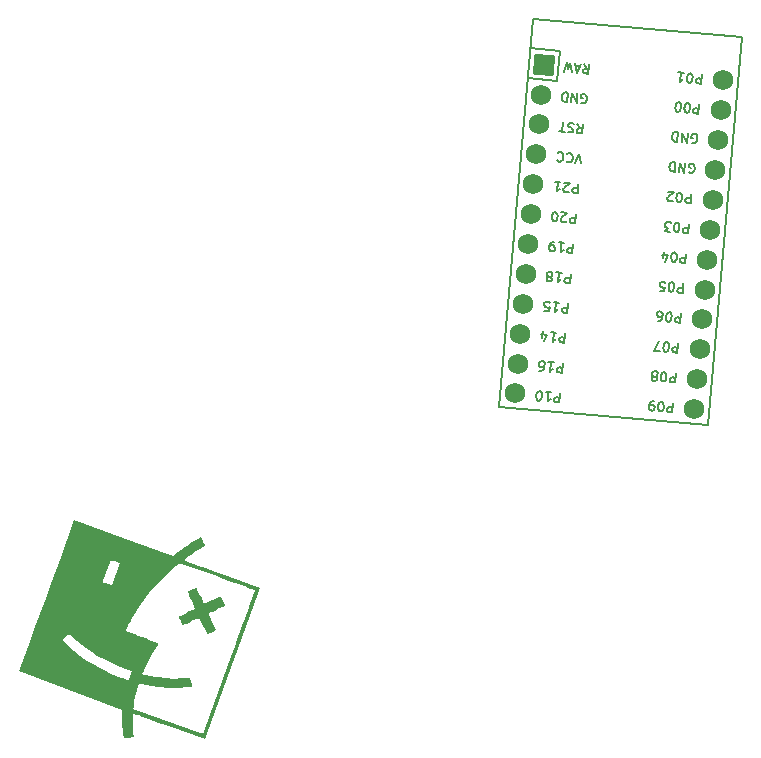
<source format=gbr>
%TF.GenerationSoftware,KiCad,Pcbnew,6.0.1-1.fc35*%
%TF.CreationDate,2022-01-21T00:59:50-05:00*%
%TF.ProjectId,a_dux_30,615f6475-785f-4333-902e-6b696361645f,v1.0.0*%
%TF.SameCoordinates,Original*%
%TF.FileFunction,Legend,Top*%
%TF.FilePolarity,Positive*%
%FSLAX46Y46*%
G04 Gerber Fmt 4.6, Leading zero omitted, Abs format (unit mm)*
G04 Created by KiCad (PCBNEW 6.0.1-1.fc35) date 2022-01-21 00:59:50*
%MOMM*%
%LPD*%
G01*
G04 APERTURE LIST*
G04 Aperture macros list*
%AMRotRect*
0 Rectangle, with rotation*
0 The origin of the aperture is its center*
0 $1 length*
0 $2 width*
0 $3 Rotation angle, in degrees counterclockwise*
0 Add horizontal line*
21,1,$1,$2,0,0,$3*%
G04 Aperture macros list end*
%ADD10C,0.150000*%
%ADD11RotRect,1.752600X1.752600X265.000000*%
%ADD12C,1.752600*%
G04 APERTURE END LIST*
D10*
%TO.C,MCU1*%
X114394568Y43357450D02*
X114324843Y42560494D01*
X114021241Y42587056D01*
X113948660Y42631646D01*
X113914030Y42672917D01*
X113882721Y42752137D01*
X113892681Y42865988D01*
X113937272Y42938569D01*
X113978542Y42973199D01*
X114057763Y43004509D01*
X114361365Y42977947D01*
X113376086Y42643499D02*
X113300186Y42650140D01*
X113227605Y42694730D01*
X113192975Y42736001D01*
X113161665Y42815222D01*
X113136996Y42970343D01*
X113153597Y43160094D01*
X113204828Y43308575D01*
X113249419Y43381156D01*
X113290689Y43415786D01*
X113369910Y43447095D01*
X113445811Y43440455D01*
X113518391Y43395864D01*
X113553021Y43354594D01*
X113584331Y43275373D01*
X113609000Y43120252D01*
X113592399Y42930500D01*
X113541168Y42782019D01*
X113496577Y42709439D01*
X113455307Y42674809D01*
X113376086Y42643499D01*
X112617081Y42709904D02*
X112541180Y42716544D01*
X112468600Y42761135D01*
X112433970Y42802405D01*
X112402660Y42881626D01*
X112377990Y43036747D01*
X112394592Y43226499D01*
X112445823Y43374980D01*
X112490413Y43447560D01*
X112531684Y43482190D01*
X112610905Y43513500D01*
X112686805Y43506859D01*
X112759386Y43462269D01*
X112794016Y43420998D01*
X112825325Y43341777D01*
X112849995Y43186656D01*
X112833394Y42996905D01*
X112782163Y42848424D01*
X112737572Y42775844D01*
X112696301Y42741213D01*
X112617081Y42709904D01*
X112844939Y25645108D02*
X112775214Y24848152D01*
X112471612Y24874714D01*
X112399031Y24919304D01*
X112364401Y24960575D01*
X112333092Y25039795D01*
X112343052Y25153646D01*
X112387643Y25226227D01*
X112428913Y25260857D01*
X112508134Y25292167D01*
X112811736Y25265605D01*
X111826457Y24931157D02*
X111750557Y24937798D01*
X111677976Y24982388D01*
X111643346Y25023659D01*
X111612036Y25102880D01*
X111587367Y25258001D01*
X111603968Y25447752D01*
X111655199Y25596233D01*
X111699790Y25668814D01*
X111741060Y25703444D01*
X111820281Y25734753D01*
X111896182Y25728113D01*
X111968762Y25683522D01*
X112003392Y25642252D01*
X112034702Y25563031D01*
X112059371Y25407910D01*
X112042770Y25218158D01*
X111991539Y25069677D01*
X111946948Y24997097D01*
X111905678Y24962467D01*
X111826457Y24931157D01*
X110877700Y25014163D02*
X111029501Y25000882D01*
X111108722Y25032192D01*
X111149993Y25066822D01*
X111235854Y25174032D01*
X111287085Y25322513D01*
X111313647Y25626115D01*
X111282337Y25705336D01*
X111247707Y25746606D01*
X111175127Y25791197D01*
X111023325Y25804478D01*
X110944105Y25773168D01*
X110902834Y25738538D01*
X110858243Y25665958D01*
X110841642Y25476206D01*
X110872952Y25396986D01*
X110907582Y25355715D01*
X110980163Y25311124D01*
X111131964Y25297844D01*
X111211184Y25329153D01*
X111252455Y25363783D01*
X111297046Y25436364D01*
X113746260Y40099651D02*
X113818840Y40055060D01*
X113932691Y40045100D01*
X114049862Y40073089D01*
X114132403Y40142349D01*
X114176993Y40214930D01*
X114228225Y40363411D01*
X114238185Y40477262D01*
X114213516Y40632383D01*
X114182206Y40711604D01*
X114112946Y40794145D01*
X114002415Y40842056D01*
X113926515Y40848696D01*
X113809344Y40820706D01*
X113768073Y40786076D01*
X113744832Y40520424D01*
X113896633Y40507143D01*
X113433161Y40891859D02*
X113363437Y40094903D01*
X112977758Y40931701D01*
X112908033Y40134746D01*
X112598255Y40964904D02*
X112528531Y40167948D01*
X112338779Y40184549D01*
X112228249Y40232460D01*
X112158989Y40315001D01*
X112127679Y40394222D01*
X112103009Y40549343D01*
X112112970Y40663194D01*
X112164201Y40811675D01*
X112208792Y40884255D01*
X112291333Y40953515D01*
X112408504Y40981505D01*
X112598255Y40964904D01*
X103945596Y34072807D02*
X103875871Y33275851D01*
X103572269Y33302413D01*
X103499688Y33347003D01*
X103465058Y33388274D01*
X103433749Y33467494D01*
X103443709Y33581345D01*
X103488300Y33653926D01*
X103529570Y33688556D01*
X103608791Y33719866D01*
X103912393Y33693304D01*
X103123506Y33418156D02*
X103082235Y33383526D01*
X103003015Y33352216D01*
X102813263Y33368817D01*
X102740683Y33413408D01*
X102706053Y33454678D01*
X102674743Y33533899D01*
X102681384Y33609799D01*
X102729294Y33720330D01*
X103224540Y34135891D01*
X102731187Y34179054D01*
X102168109Y33425261D02*
X102092208Y33431901D01*
X102019628Y33476492D01*
X101984998Y33517762D01*
X101953688Y33596983D01*
X101929018Y33752104D01*
X101945620Y33941856D01*
X101996851Y34090337D01*
X102041441Y34162917D01*
X102082712Y34197547D01*
X102161933Y34228857D01*
X102237833Y34222216D01*
X102310414Y34177626D01*
X102345044Y34136355D01*
X102376353Y34057134D01*
X102401023Y33902013D01*
X102384422Y33712262D01*
X102333191Y33563781D01*
X102288600Y33491201D01*
X102247329Y33456570D01*
X102168109Y33425261D01*
X113066314Y28175443D02*
X112996589Y27378487D01*
X112692987Y27405049D01*
X112620406Y27449639D01*
X112585776Y27490910D01*
X112554467Y27570130D01*
X112564427Y27683981D01*
X112609018Y27756562D01*
X112650288Y27791192D01*
X112729509Y27822502D01*
X113033111Y27795940D01*
X112047832Y27461492D02*
X111971932Y27468133D01*
X111899351Y27512723D01*
X111864721Y27553994D01*
X111833411Y27633215D01*
X111808742Y27788336D01*
X111825343Y27978087D01*
X111876574Y28126568D01*
X111921165Y28199149D01*
X111962435Y28233779D01*
X112041656Y28265088D01*
X112117557Y28258448D01*
X112190137Y28213857D01*
X112224767Y28172587D01*
X112256077Y28093366D01*
X112280746Y27938245D01*
X112264145Y27748493D01*
X112212914Y27600012D01*
X112168323Y27527432D01*
X112127053Y27492802D01*
X112047832Y27461492D01*
X111061125Y27547818D02*
X111440628Y27514616D01*
X111511780Y27890798D01*
X111470510Y27856168D01*
X111391289Y27824858D01*
X111201538Y27841459D01*
X111128957Y27886050D01*
X111094327Y27927321D01*
X111063017Y28006541D01*
X111079618Y28196293D01*
X111124209Y28268873D01*
X111165480Y28303503D01*
X111244700Y28334813D01*
X111434452Y28318212D01*
X111507032Y28273621D01*
X111541662Y28232351D01*
X104413498Y38328219D02*
X104217570Y39148417D01*
X103882194Y38374702D01*
X103224223Y39158842D02*
X103265493Y39193472D01*
X103382664Y39221461D01*
X103458565Y39214821D01*
X103569095Y39166910D01*
X103638356Y39084369D01*
X103669665Y39005148D01*
X103694335Y38850027D01*
X103684374Y38736176D01*
X103633143Y38587695D01*
X103588552Y38515115D01*
X103506011Y38445855D01*
X103388840Y38417865D01*
X103312940Y38424506D01*
X103202409Y38472416D01*
X103167779Y38513687D01*
X102427267Y39228566D02*
X102468538Y39263196D01*
X102585709Y39291186D01*
X102661609Y39284545D01*
X102772140Y39236635D01*
X102841400Y39154094D01*
X102872710Y39074873D01*
X102897379Y38919751D01*
X102887418Y38805901D01*
X102836187Y38657420D01*
X102791597Y38584839D01*
X102709056Y38515579D01*
X102591884Y38487590D01*
X102515984Y38494230D01*
X102405453Y38542141D01*
X102370823Y38583412D01*
X112402187Y20584439D02*
X112332462Y19787483D01*
X112028860Y19814045D01*
X111956279Y19858635D01*
X111921649Y19899906D01*
X111890340Y19979126D01*
X111900300Y20092977D01*
X111944891Y20165558D01*
X111986161Y20200188D01*
X112065382Y20231498D01*
X112368984Y20204936D01*
X111383705Y19870488D02*
X111307805Y19877129D01*
X111235224Y19921719D01*
X111200594Y19962990D01*
X111169284Y20042211D01*
X111144615Y20197332D01*
X111161216Y20387083D01*
X111212447Y20535564D01*
X111257038Y20608145D01*
X111298308Y20642775D01*
X111377529Y20674084D01*
X111453430Y20667444D01*
X111526010Y20622853D01*
X111560640Y20581583D01*
X111591950Y20502362D01*
X111616619Y20347241D01*
X111600018Y20157489D01*
X111548787Y20009008D01*
X111504196Y19936428D01*
X111462926Y19901798D01*
X111383705Y19870488D01*
X110692532Y20275125D02*
X110765112Y20230534D01*
X110799742Y20189264D01*
X110831052Y20110043D01*
X110827732Y20072093D01*
X110783141Y19999512D01*
X110741871Y19964882D01*
X110662650Y19933572D01*
X110510849Y19946853D01*
X110438268Y19991444D01*
X110403638Y20032714D01*
X110372329Y20111935D01*
X110375649Y20149886D01*
X110420240Y20222466D01*
X110461510Y20257096D01*
X110540731Y20288406D01*
X110692532Y20275125D01*
X110771753Y20306435D01*
X110813023Y20341065D01*
X110857614Y20413645D01*
X110870895Y20565446D01*
X110839585Y20644667D01*
X110804955Y20685937D01*
X110732375Y20730528D01*
X110580573Y20743809D01*
X110501353Y20712499D01*
X110460082Y20677869D01*
X110415491Y20605289D01*
X110402211Y20453488D01*
X110433520Y20374267D01*
X110468150Y20332996D01*
X110540731Y20288406D01*
X112180812Y18054105D02*
X112111087Y17257149D01*
X111807485Y17283711D01*
X111734904Y17328301D01*
X111700274Y17369572D01*
X111668965Y17448792D01*
X111678925Y17562643D01*
X111723516Y17635224D01*
X111764786Y17669854D01*
X111844007Y17701164D01*
X112147609Y17674602D01*
X111162330Y17340154D02*
X111086430Y17346795D01*
X111013849Y17391385D01*
X110979219Y17432656D01*
X110947909Y17511877D01*
X110923240Y17666998D01*
X110939841Y17856749D01*
X110991072Y18005230D01*
X111035663Y18077811D01*
X111076933Y18112441D01*
X111156154Y18143750D01*
X111232055Y18137110D01*
X111304635Y18092519D01*
X111339265Y18051249D01*
X111370575Y17972028D01*
X111395244Y17816907D01*
X111378643Y17627155D01*
X111327412Y17478674D01*
X111282821Y17406094D01*
X111241551Y17371464D01*
X111162330Y17340154D01*
X110586900Y18193554D02*
X110435099Y18206835D01*
X110355878Y18175525D01*
X110314608Y18140895D01*
X110228746Y18033684D01*
X110177515Y17885203D01*
X110150954Y17581601D01*
X110182263Y17502380D01*
X110216893Y17461110D01*
X110289474Y17416519D01*
X110441275Y17403238D01*
X110520496Y17434548D01*
X110561766Y17469178D01*
X110606357Y17541759D01*
X110622958Y17731510D01*
X110591648Y17810731D01*
X110557018Y17852001D01*
X110484438Y17896592D01*
X110332637Y17909873D01*
X110253416Y17878563D01*
X110212145Y17843933D01*
X110167555Y17771353D01*
X103502845Y29012138D02*
X103433120Y28215182D01*
X103129518Y28241744D01*
X103056937Y28286334D01*
X103022307Y28327605D01*
X102990998Y28406825D01*
X103000958Y28520676D01*
X103045549Y28593257D01*
X103086819Y28627887D01*
X103166040Y28659197D01*
X103469642Y28632635D01*
X102288436Y29118385D02*
X102743839Y29078542D01*
X102516137Y29098463D02*
X102446413Y28301507D01*
X102532274Y28408718D01*
X102614815Y28477978D01*
X102694036Y28509288D01*
X101793190Y28702824D02*
X101865770Y28658233D01*
X101900400Y28616963D01*
X101931710Y28537742D01*
X101928390Y28499792D01*
X101883799Y28427211D01*
X101842529Y28392581D01*
X101763308Y28361271D01*
X101611507Y28374552D01*
X101538926Y28419143D01*
X101504296Y28460413D01*
X101472987Y28539634D01*
X101476307Y28577585D01*
X101520898Y28650165D01*
X101562168Y28684795D01*
X101641389Y28716105D01*
X101793190Y28702824D01*
X101872411Y28734134D01*
X101913681Y28768764D01*
X101958272Y28841344D01*
X101971553Y28993145D01*
X101940243Y29072366D01*
X101905613Y29113636D01*
X101833033Y29158227D01*
X101681231Y29171508D01*
X101602011Y29140198D01*
X101560740Y29105568D01*
X101516149Y29032988D01*
X101502869Y28881187D01*
X101534178Y28801966D01*
X101568808Y28760695D01*
X101641389Y28716105D01*
X103724221Y31542472D02*
X103654496Y30745516D01*
X103350894Y30772078D01*
X103278313Y30816668D01*
X103243683Y30857939D01*
X103212374Y30937159D01*
X103222334Y31051010D01*
X103266925Y31123591D01*
X103308195Y31158221D01*
X103387416Y31189531D01*
X103691018Y31162969D01*
X102509812Y31648719D02*
X102965215Y31608876D01*
X102737513Y31628797D02*
X102667789Y30831841D01*
X102753650Y30939052D01*
X102836191Y31008312D01*
X102915412Y31039622D01*
X102130309Y31681921D02*
X101978508Y31695202D01*
X101899287Y31663892D01*
X101858017Y31629262D01*
X101772155Y31522051D01*
X101720924Y31373570D01*
X101694363Y31069968D01*
X101725672Y30990747D01*
X101760302Y30949477D01*
X101832883Y30904886D01*
X101984684Y30891605D01*
X102063905Y30922915D01*
X102105175Y30957545D01*
X102149766Y31030126D01*
X102166367Y31219877D01*
X102135057Y31299098D01*
X102100427Y31340368D01*
X102027847Y31384959D01*
X101876046Y31398240D01*
X101796825Y31366930D01*
X101755554Y31332300D01*
X101710964Y31259720D01*
X102617343Y18890800D02*
X102547618Y18093844D01*
X102244016Y18120406D01*
X102171435Y18164996D01*
X102136805Y18206267D01*
X102105496Y18285487D01*
X102115456Y18399338D01*
X102160047Y18471919D01*
X102201317Y18506549D01*
X102280538Y18537859D01*
X102584140Y18511297D01*
X101402934Y18997047D02*
X101858337Y18957204D01*
X101630635Y18977125D02*
X101560911Y18180169D01*
X101646772Y18287380D01*
X101729313Y18356640D01*
X101808534Y18387950D01*
X100839856Y18243254D02*
X100763955Y18249894D01*
X100691375Y18294485D01*
X100656745Y18335755D01*
X100625435Y18414976D01*
X100600765Y18570097D01*
X100617367Y18759849D01*
X100668598Y18908330D01*
X100713188Y18980910D01*
X100754459Y19015540D01*
X100833680Y19046850D01*
X100909580Y19040209D01*
X100982161Y18995619D01*
X101016791Y18954348D01*
X101048100Y18875127D01*
X101072770Y18720006D01*
X101056169Y18530255D01*
X101004938Y18381774D01*
X100960347Y18309194D01*
X100919076Y18274563D01*
X100839856Y18243254D01*
X102838718Y21421134D02*
X102768993Y20624178D01*
X102465391Y20650740D01*
X102392810Y20695330D01*
X102358180Y20736601D01*
X102326871Y20815821D01*
X102336831Y20929672D01*
X102381422Y21002253D01*
X102422692Y21036883D01*
X102501913Y21068193D01*
X102805515Y21041631D01*
X101624309Y21527381D02*
X102079712Y21487538D01*
X101852010Y21507459D02*
X101782286Y20710503D01*
X101868147Y20817714D01*
X101950688Y20886974D01*
X102029909Y20918284D01*
X100871479Y20790189D02*
X101023280Y20776908D01*
X101102501Y20808218D01*
X101143772Y20842848D01*
X101229633Y20950058D01*
X101280864Y21098539D01*
X101307426Y21402141D01*
X101276116Y21481362D01*
X101241486Y21522632D01*
X101168906Y21567223D01*
X101017104Y21580504D01*
X100937884Y21549194D01*
X100896613Y21514564D01*
X100852022Y21441984D01*
X100835421Y21252232D01*
X100866731Y21173012D01*
X100901361Y21131741D01*
X100973942Y21087150D01*
X101125743Y21073870D01*
X101204963Y21105179D01*
X101246234Y21139809D01*
X101290825Y21212390D01*
X113730441Y35766446D02*
X113660716Y34969490D01*
X113357114Y34996052D01*
X113284533Y35040642D01*
X113249903Y35081913D01*
X113218594Y35161133D01*
X113228554Y35274984D01*
X113273145Y35347565D01*
X113314415Y35382195D01*
X113393636Y35413505D01*
X113697238Y35386943D01*
X112711959Y35052495D02*
X112636059Y35059136D01*
X112563478Y35103726D01*
X112528848Y35144997D01*
X112497538Y35224218D01*
X112472869Y35379339D01*
X112489470Y35569090D01*
X112540701Y35717571D01*
X112585292Y35790152D01*
X112626562Y35824782D01*
X112705783Y35856091D01*
X112781684Y35849451D01*
X112854264Y35804860D01*
X112888894Y35763590D01*
X112920204Y35684369D01*
X112944873Y35529248D01*
X112928272Y35339496D01*
X112877041Y35191015D01*
X112832450Y35118435D01*
X112791180Y35083805D01*
X112711959Y35052495D01*
X112149345Y35178199D02*
X112108075Y35143569D01*
X112028854Y35112259D01*
X111839103Y35128860D01*
X111766522Y35173451D01*
X111731892Y35214721D01*
X111700583Y35293942D01*
X111707223Y35369843D01*
X111755134Y35480373D01*
X112250380Y35895934D01*
X111757026Y35939097D01*
X113524885Y37569317D02*
X113597465Y37524726D01*
X113711316Y37514766D01*
X113828487Y37542755D01*
X113911028Y37612015D01*
X113955618Y37684596D01*
X114006850Y37833077D01*
X114016810Y37946928D01*
X113992141Y38102049D01*
X113960831Y38181270D01*
X113891571Y38263811D01*
X113781040Y38311722D01*
X113705140Y38318362D01*
X113587969Y38290372D01*
X113546698Y38255742D01*
X113523457Y37990090D01*
X113675258Y37976809D01*
X113211786Y38361525D02*
X113142062Y37564569D01*
X112756383Y38401367D01*
X112686658Y37604412D01*
X112376880Y38434570D02*
X112307156Y37637614D01*
X112117404Y37654215D01*
X112006874Y37702126D01*
X111937614Y37784667D01*
X111906304Y37863888D01*
X111881634Y38019009D01*
X111891595Y38132860D01*
X111942826Y38281341D01*
X111987417Y38353921D01*
X112069958Y38423181D01*
X112187129Y38451171D01*
X112376880Y38434570D01*
X103060094Y23951469D02*
X102990369Y23154513D01*
X102686767Y23181075D01*
X102614186Y23225665D01*
X102579556Y23266936D01*
X102548247Y23346156D01*
X102558207Y23460007D01*
X102602798Y23532588D01*
X102644068Y23567218D01*
X102723289Y23598528D01*
X103026891Y23571966D01*
X101845685Y24057716D02*
X102301088Y24017873D01*
X102073386Y24037794D02*
X102003662Y23240838D01*
X102089523Y23348049D01*
X102172064Y23417309D01*
X102251285Y23448619D01*
X101116097Y23586176D02*
X101162580Y24117479D01*
X101279286Y23265972D02*
X101518841Y23818625D01*
X101025488Y23861788D01*
X112623563Y23114774D02*
X112553838Y22317818D01*
X112250236Y22344380D01*
X112177655Y22388970D01*
X112143025Y22430241D01*
X112111716Y22509461D01*
X112121676Y22623312D01*
X112166267Y22695893D01*
X112207537Y22730523D01*
X112286758Y22761833D01*
X112590360Y22735271D01*
X111605081Y22400823D02*
X111529181Y22407464D01*
X111456600Y22452054D01*
X111421970Y22493325D01*
X111390660Y22572546D01*
X111365991Y22727667D01*
X111382592Y22917418D01*
X111433823Y23065899D01*
X111478414Y23138480D01*
X111519684Y23173110D01*
X111598905Y23204419D01*
X111674806Y23197779D01*
X111747386Y23153188D01*
X111782016Y23111918D01*
X111813326Y23032697D01*
X111837995Y22877576D01*
X111821394Y22687824D01*
X111770163Y22539343D01*
X111725572Y22466763D01*
X111684302Y22432133D01*
X111605081Y22400823D01*
X111073777Y22447306D02*
X110542473Y22493789D01*
X110953751Y23260863D01*
X103281469Y26481803D02*
X103211744Y25684847D01*
X102908142Y25711409D01*
X102835561Y25755999D01*
X102800931Y25797270D01*
X102769622Y25876490D01*
X102779582Y25990341D01*
X102824173Y26062922D01*
X102865443Y26097552D01*
X102944664Y26128862D01*
X103248266Y26102300D01*
X102067060Y26588050D02*
X102522463Y26548207D01*
X102294761Y26568128D02*
X102225037Y25771172D01*
X102310898Y25878383D01*
X102393439Y25947643D01*
X102472660Y25978953D01*
X101276280Y25854178D02*
X101655783Y25820976D01*
X101726935Y26197158D01*
X101685665Y26162528D01*
X101606444Y26131218D01*
X101416693Y26147819D01*
X101344112Y26192410D01*
X101309482Y26233681D01*
X101278172Y26312901D01*
X101294773Y26502653D01*
X101339364Y26575233D01*
X101380635Y26609863D01*
X101459855Y26641173D01*
X101649607Y26624572D01*
X101722187Y26579981D01*
X101756817Y26538711D01*
X104635021Y46761001D02*
X104867470Y46358257D01*
X105090424Y46721158D02*
X105020699Y45924203D01*
X104717097Y45950764D01*
X104644517Y45995355D01*
X104609887Y46036626D01*
X104578577Y46115846D01*
X104588537Y46229697D01*
X104633128Y46302277D01*
X104674399Y46336907D01*
X104753619Y46368217D01*
X105057222Y46341656D01*
X104311497Y46559861D02*
X103931994Y46593063D01*
X104407319Y46780922D02*
X104071942Y46007208D01*
X103876015Y46827405D01*
X103616539Y46047051D02*
X103496512Y46860607D01*
X103294908Y46304634D01*
X103192910Y46887169D01*
X102933434Y46106815D01*
X113509065Y33236112D02*
X113439340Y32439156D01*
X113135738Y32465718D01*
X113063157Y32510308D01*
X113028527Y32551579D01*
X112997218Y32630799D01*
X113007178Y32744650D01*
X113051769Y32817231D01*
X113093039Y32851861D01*
X113172260Y32883171D01*
X113475862Y32856609D01*
X112490583Y32522161D02*
X112414683Y32528802D01*
X112342102Y32573392D01*
X112307472Y32614663D01*
X112276162Y32693884D01*
X112251493Y32849005D01*
X112268094Y33038756D01*
X112319325Y33187237D01*
X112363916Y33259818D01*
X112405186Y33294448D01*
X112484407Y33325757D01*
X112560308Y33319117D01*
X112632888Y33274526D01*
X112667518Y33233256D01*
X112698828Y33154035D01*
X112723497Y32998914D01*
X112706896Y32809162D01*
X112655665Y32660681D01*
X112611074Y32588101D01*
X112569804Y32553471D01*
X112490583Y32522161D01*
X111959279Y32568644D02*
X111465926Y32611807D01*
X111758139Y32892168D01*
X111644289Y32902128D01*
X111571708Y32946719D01*
X111537078Y32987990D01*
X111505768Y33067210D01*
X111522369Y33256962D01*
X111566960Y33329542D01*
X111608231Y33364172D01*
X111687451Y33395482D01*
X111915153Y33375561D01*
X111987733Y33330970D01*
X112022363Y33289700D01*
X104404167Y43466681D02*
X104476747Y43422090D01*
X104590598Y43412130D01*
X104707769Y43440119D01*
X104790310Y43509379D01*
X104834900Y43581960D01*
X104886132Y43730441D01*
X104896092Y43844292D01*
X104871423Y43999413D01*
X104840113Y44078634D01*
X104770853Y44161175D01*
X104660322Y44209086D01*
X104584422Y44215726D01*
X104467251Y44187736D01*
X104425980Y44153106D01*
X104402739Y43887454D01*
X104554540Y43874173D01*
X104091068Y44258889D02*
X104021344Y43461933D01*
X103635665Y44298731D01*
X103565940Y43501776D01*
X103256162Y44331934D02*
X103186438Y43534978D01*
X102996686Y43551579D01*
X102886156Y43599490D01*
X102816896Y43682031D01*
X102785586Y43761252D01*
X102760916Y43916373D01*
X102770877Y44030224D01*
X102822108Y44178705D01*
X102866699Y44251285D01*
X102949240Y44320545D01*
X103066411Y44348535D01*
X103256162Y44331934D01*
X104078419Y41710293D02*
X104310868Y41307548D01*
X104533822Y41670450D02*
X104464097Y40873494D01*
X104160495Y40900056D01*
X104087915Y40944647D01*
X104053285Y40985917D01*
X104021975Y41065138D01*
X104031936Y41178989D01*
X104076526Y41251569D01*
X104117797Y41286199D01*
X104197018Y41317509D01*
X104500620Y41290947D01*
X103771496Y41698904D02*
X103660966Y41746815D01*
X103471214Y41763416D01*
X103391994Y41732106D01*
X103350723Y41697476D01*
X103306132Y41624896D01*
X103299492Y41548995D01*
X103330802Y41469775D01*
X103365432Y41428504D01*
X103438012Y41383913D01*
X103586493Y41332682D01*
X103659073Y41288091D01*
X103693703Y41246821D01*
X103725013Y41167600D01*
X103718373Y41091700D01*
X103673782Y41019119D01*
X103632512Y40984489D01*
X103553291Y40953179D01*
X103363539Y40969781D01*
X103253009Y41017691D01*
X103021987Y40999663D02*
X102566584Y41039505D01*
X102864010Y41816540D02*
X102794285Y41019584D01*
X114615943Y45887784D02*
X114546218Y45090828D01*
X114242616Y45117390D01*
X114170035Y45161980D01*
X114135405Y45203251D01*
X114104096Y45282471D01*
X114114056Y45396322D01*
X114158647Y45468903D01*
X114199917Y45503533D01*
X114279138Y45534843D01*
X114582740Y45508281D01*
X113597461Y45173833D02*
X113521561Y45180474D01*
X113448980Y45225064D01*
X113414350Y45266335D01*
X113383040Y45345556D01*
X113358371Y45500677D01*
X113374972Y45690428D01*
X113426203Y45838909D01*
X113470794Y45911490D01*
X113512064Y45946120D01*
X113591285Y45977429D01*
X113667186Y45970789D01*
X113739766Y45926198D01*
X113774396Y45884928D01*
X113805706Y45805707D01*
X113830375Y45650586D01*
X113813774Y45460834D01*
X113762543Y45312353D01*
X113717952Y45239773D01*
X113676682Y45205143D01*
X113597461Y45173833D01*
X112642528Y46060435D02*
X113097932Y46020592D01*
X112870230Y46040514D02*
X112800505Y45243558D01*
X112886367Y45350768D01*
X112968908Y45420028D01*
X113048128Y45451338D01*
X104166972Y36603141D02*
X104097247Y35806185D01*
X103793645Y35832747D01*
X103721064Y35877337D01*
X103686434Y35918608D01*
X103655125Y35997828D01*
X103665085Y36111679D01*
X103709676Y36184260D01*
X103750946Y36218890D01*
X103830167Y36250200D01*
X104133769Y36223638D01*
X103344882Y35948490D02*
X103303611Y35913860D01*
X103224391Y35882550D01*
X103034639Y35899151D01*
X102962059Y35943742D01*
X102927429Y35985012D01*
X102896119Y36064233D01*
X102902760Y36140133D01*
X102950670Y36250664D01*
X103445916Y36666225D01*
X102952563Y36709388D01*
X102193557Y36775792D02*
X102648961Y36735949D01*
X102421259Y36755871D02*
X102351534Y35958915D01*
X102437396Y36066125D01*
X102519937Y36135385D01*
X102599157Y36166695D01*
X113287690Y30705777D02*
X113217965Y29908821D01*
X112914363Y29935383D01*
X112841782Y29979973D01*
X112807152Y30021244D01*
X112775843Y30100464D01*
X112785803Y30214315D01*
X112830394Y30286896D01*
X112871664Y30321526D01*
X112950885Y30352836D01*
X113254487Y30326274D01*
X112269208Y29991826D02*
X112193308Y29998467D01*
X112120727Y30043057D01*
X112086097Y30084328D01*
X112054787Y30163549D01*
X112030118Y30318670D01*
X112046719Y30508421D01*
X112097950Y30656902D01*
X112142541Y30729483D01*
X112183811Y30764113D01*
X112263032Y30795422D01*
X112338933Y30788782D01*
X112411513Y30744191D01*
X112446143Y30702921D01*
X112477453Y30623700D01*
X112502122Y30468579D01*
X112485521Y30278827D01*
X112434290Y30130346D01*
X112389699Y30057766D01*
X112348429Y30023136D01*
X112269208Y29991826D01*
X111343693Y30340484D02*
X111390176Y30871787D01*
X111506882Y30020280D02*
X111746437Y30572933D01*
X111253084Y30616096D01*
X100310827Y50600586D02*
X97432945Y17706237D01*
X118023169Y49050957D02*
X100310827Y50600586D01*
X102619786Y47848876D02*
X102398411Y45318542D01*
X115145286Y16156608D02*
X118023169Y49050957D01*
X97432945Y17706237D02*
X115145286Y16156608D01*
X102398411Y45318542D02*
X99868076Y45539917D01*
X102619786Y47848876D02*
X100089452Y48070252D01*
%TO.C,*%
G36*
X60254329Y4792704D02*
G01*
X61458937Y8102336D01*
X65636173Y6593003D01*
X69813408Y5083672D01*
X70033505Y5253246D01*
X70292291Y5450908D01*
X70528247Y5627803D01*
X70728751Y5774597D01*
X70881188Y5881960D01*
X70909615Y5901088D01*
X71029905Y5981424D01*
X71140169Y6055820D01*
X71159074Y6068706D01*
X71297689Y6160990D01*
X71462087Y6266633D01*
X71637784Y6376796D01*
X71810291Y6482645D01*
X71965124Y6575340D01*
X72087795Y6646046D01*
X72163819Y6685927D01*
X72180088Y6691548D01*
X72228532Y6658367D01*
X72258888Y6610573D01*
X72300074Y6532539D01*
X72367421Y6414694D01*
X72424616Y6318612D01*
X72495377Y6197806D01*
X72547334Y6101578D01*
X72566230Y6059043D01*
X72544334Y6002264D01*
X72468245Y5928272D01*
X72357683Y5854593D01*
X72306659Y5828398D01*
X72241769Y5791220D01*
X72122534Y5716671D01*
X71962086Y5613396D01*
X71773558Y5490035D01*
X71570081Y5355232D01*
X71364787Y5217630D01*
X71170810Y5085869D01*
X71018885Y4980908D01*
X70872651Y4872495D01*
X70794820Y4798548D01*
X70781607Y4755333D01*
X70785665Y4750643D01*
X70829817Y4731167D01*
X70944929Y4685776D01*
X71125261Y4616614D01*
X71365074Y4525831D01*
X71658628Y4415571D01*
X72000183Y4287980D01*
X72384000Y4145206D01*
X72804339Y3989395D01*
X73255460Y3822692D01*
X73731623Y3647245D01*
X74010469Y3544728D01*
X77191989Y2375973D01*
X72541065Y-10402337D01*
X69515592Y-9312281D01*
X68953491Y-9110273D01*
X68440260Y-8926867D01*
X67979152Y-8763192D01*
X67573419Y-8620375D01*
X67226316Y-8499545D01*
X66941093Y-8401831D01*
X66721005Y-8328360D01*
X66569305Y-8280262D01*
X66489247Y-8258662D01*
X66476957Y-8258386D01*
X66463107Y-8340721D01*
X66453937Y-8487540D01*
X66449126Y-8682881D01*
X66448354Y-8910779D01*
X66451301Y-9155272D01*
X66457646Y-9400398D01*
X66467070Y-9630193D01*
X66479254Y-9828693D01*
X66493875Y-9979936D01*
X66510617Y-10067958D01*
X66513375Y-10074905D01*
X66528620Y-10153161D01*
X66486723Y-10213075D01*
X66380265Y-10259153D01*
X66201830Y-10295908D01*
X66133833Y-10305700D01*
X65926516Y-10330199D01*
X65790055Y-10337318D01*
X65715400Y-10326582D01*
X65693504Y-10297513D01*
X65696712Y-10282694D01*
X65693307Y-10218314D01*
X65680171Y-10178895D01*
X65641482Y-10043971D01*
X65609024Y-9838345D01*
X65583559Y-9572807D01*
X65565850Y-9258142D01*
X65556657Y-8905140D01*
X65556742Y-8524588D01*
X65557917Y-8447345D01*
X65567469Y-7907612D01*
X56808012Y-4675974D01*
X57801998Y-1945020D01*
X60502454Y-1945020D01*
X60503979Y-1993046D01*
X60563710Y-2083245D01*
X60674319Y-2209049D01*
X60828477Y-2363893D01*
X61018855Y-2541212D01*
X61238122Y-2734438D01*
X61478950Y-2937008D01*
X61734010Y-3142354D01*
X61995973Y-3343911D01*
X62257509Y-3535111D01*
X62349400Y-3599625D01*
X62769298Y-3877389D01*
X63221454Y-4152176D01*
X63691092Y-4416426D01*
X64163433Y-4662576D01*
X64623701Y-4883065D01*
X65057117Y-5070330D01*
X65448908Y-5216811D01*
X65609802Y-5268034D01*
X65765908Y-5315703D01*
X65909082Y-5361522D01*
X65989501Y-5388935D01*
X66114313Y-5434055D01*
X66393648Y-4666589D01*
X65789433Y-4446161D01*
X65007690Y-4131184D01*
X64202558Y-3749022D01*
X63434713Y-3333291D01*
X63228123Y-3207654D01*
X62984021Y-3047797D01*
X62717518Y-2864705D01*
X62443728Y-2669365D01*
X62177765Y-2472762D01*
X61934739Y-2285884D01*
X61729764Y-2119716D01*
X61577953Y-1985243D01*
X61570655Y-1978218D01*
X61432212Y-1846334D01*
X61297869Y-1722169D01*
X61180707Y-1617382D01*
X61093813Y-1543632D01*
X61050268Y-1512578D01*
X61047977Y-1512465D01*
X61010162Y-1541845D01*
X60927334Y-1607137D01*
X60818367Y-1693370D01*
X60702138Y-1785578D01*
X60597524Y-1868794D01*
X60523399Y-1928053D01*
X60502454Y-1945020D01*
X57801998Y-1945020D01*
X58080165Y-1180762D01*
X65837200Y-1180762D01*
X65840792Y-1198943D01*
X65867989Y-1222753D01*
X65925600Y-1255051D01*
X66020435Y-1298695D01*
X66159304Y-1356541D01*
X66349018Y-1431447D01*
X66596388Y-1526270D01*
X66908223Y-1643867D01*
X67210140Y-1756807D01*
X67528966Y-1876426D01*
X67822851Y-1987894D01*
X68083185Y-2087853D01*
X68301355Y-2172944D01*
X68468750Y-2239808D01*
X68576758Y-2285087D01*
X68616768Y-2305421D01*
X68602231Y-2351964D01*
X68550313Y-2438210D01*
X68512191Y-2491871D01*
X68380841Y-2682851D01*
X68225527Y-2933323D01*
X68054713Y-3227817D01*
X67876861Y-3550868D01*
X67700433Y-3887005D01*
X67533893Y-4220762D01*
X67385703Y-4536671D01*
X67351540Y-4613258D01*
X67231886Y-4884769D01*
X67338014Y-4923397D01*
X67422749Y-4947897D01*
X67564618Y-4982475D01*
X67740571Y-5021680D01*
X67855102Y-5045604D01*
X68588210Y-5173479D01*
X69288599Y-5253085D01*
X69947457Y-5283886D01*
X70555967Y-5265346D01*
X70891786Y-5230512D01*
X71045610Y-5215544D01*
X71169843Y-5214046D01*
X71240880Y-5226102D01*
X71245673Y-5229243D01*
X71279824Y-5285806D01*
X71327276Y-5398006D01*
X71378526Y-5543053D01*
X71385308Y-5564193D01*
X71437497Y-5755953D01*
X71455336Y-5889919D01*
X71438649Y-5960429D01*
X71397973Y-5966532D01*
X71340096Y-5965871D01*
X71230118Y-5978350D01*
X71138413Y-5993136D01*
X70865446Y-6029502D01*
X70529396Y-6053978D01*
X70148024Y-6066300D01*
X69739089Y-6066202D01*
X69320348Y-6053420D01*
X68909564Y-6027685D01*
X68897134Y-6026676D01*
X68711455Y-6007420D01*
X68483253Y-5977552D01*
X68229967Y-5940018D01*
X67969041Y-5897770D01*
X67717914Y-5853752D01*
X67494029Y-5810914D01*
X67314825Y-5772204D01*
X67197744Y-5740570D01*
X67191315Y-5738337D01*
X67070554Y-5701410D01*
X66992925Y-5704533D01*
X66940071Y-5759398D01*
X66893638Y-5877703D01*
X66874285Y-5940312D01*
X66769663Y-6326764D01*
X66670404Y-6768166D01*
X66581941Y-7237797D01*
X66509705Y-7708937D01*
X66500358Y-7779996D01*
X66488363Y-7873407D01*
X72358016Y-10009786D01*
X74576400Y-3914827D01*
X74823024Y-3236925D01*
X75061831Y-2579908D01*
X75291342Y-1947870D01*
X75510080Y-1344906D01*
X75716566Y-775109D01*
X75909323Y-242576D01*
X76086870Y248600D01*
X76247732Y694323D01*
X76390429Y1090500D01*
X76513483Y1433037D01*
X76615416Y1717837D01*
X76694750Y1940808D01*
X76750007Y2097853D01*
X76779709Y2184880D01*
X76784625Y2201937D01*
X76745515Y2218685D01*
X76635137Y2260758D01*
X76459169Y2326098D01*
X76223284Y2412642D01*
X75933161Y2518333D01*
X75594474Y2641111D01*
X75212902Y2778916D01*
X74794119Y2929689D01*
X74343803Y3091370D01*
X73867630Y3261899D01*
X73579813Y3364772D01*
X70385160Y4505802D01*
X70095768Y4263477D01*
X69306130Y3553302D01*
X68550311Y2775453D01*
X67836721Y1939871D01*
X67173771Y1056503D01*
X66569870Y135291D01*
X66484443Y-6303D01*
X66377782Y-188037D01*
X66262222Y-389802D01*
X66145979Y-596692D01*
X66037270Y-793796D01*
X65944310Y-966206D01*
X65875317Y-1099015D01*
X65838503Y-1177316D01*
X65837200Y-1180762D01*
X58080165Y-1180762D01*
X58117891Y-1077111D01*
X58987566Y1312301D01*
X59578901Y2936982D01*
X63922390Y2936982D01*
X63949965Y2899078D01*
X64036661Y2849883D01*
X64190183Y2785488D01*
X64308291Y2741305D01*
X64693229Y2601200D01*
X65377599Y4481492D01*
X65081867Y4594298D01*
X64925863Y4654322D01*
X64789010Y4707885D01*
X64698354Y4744391D01*
X64692032Y4747051D01*
X64597929Y4786997D01*
X64259679Y3889775D01*
X64163906Y3633348D01*
X64078738Y3400733D01*
X64008215Y3203346D01*
X63956378Y3052604D01*
X63927268Y2959918D01*
X63922390Y2936982D01*
X59578901Y2936982D01*
X60254329Y4792704D01*
G37*
G36*
X71828537Y2394283D02*
G01*
X71856424Y2354611D01*
X71911803Y2252384D01*
X71988669Y2099535D01*
X72081018Y1907997D01*
X72179814Y1696291D01*
X72494520Y1011611D01*
X73181364Y1331757D01*
X73399610Y1432270D01*
X73592162Y1518643D01*
X73746964Y1585657D01*
X73851960Y1628093D01*
X73895016Y1640764D01*
X73924669Y1615027D01*
X73964421Y1552238D01*
X74020434Y1440800D01*
X74098871Y1269115D01*
X74131034Y1196562D01*
X74260594Y902850D01*
X73581178Y581317D01*
X73364370Y478692D01*
X73173548Y388323D01*
X73020774Y315928D01*
X72918117Y267224D01*
X72877871Y248045D01*
X72886765Y209250D01*
X72925755Y108240D01*
X72989935Y-43409D01*
X73074398Y-234123D01*
X73174236Y-452326D01*
X73180594Y-466010D01*
X73507208Y-1168324D01*
X73216012Y-1318073D01*
X73055745Y-1401179D01*
X72934065Y-1457986D01*
X72840590Y-1482079D01*
X72764939Y-1467044D01*
X72696730Y-1406466D01*
X72625585Y-1293931D01*
X72541122Y-1123025D01*
X72432961Y-887336D01*
X72399042Y-813271D01*
X72080790Y-120284D01*
X71399835Y-442787D01*
X71181579Y-544084D01*
X70987463Y-630260D01*
X70829911Y-696119D01*
X70721347Y-736458D01*
X70674633Y-746303D01*
X70639429Y-702569D01*
X70582630Y-601602D01*
X70514061Y-461553D01*
X70481627Y-389806D01*
X70416815Y-238042D01*
X70368449Y-115683D01*
X70343541Y-40916D01*
X70341938Y-27367D01*
X70380062Y-3042D01*
X70480672Y49663D01*
X70632082Y124937D01*
X70822606Y216976D01*
X71040560Y319968D01*
X71044171Y321656D01*
X71737331Y645752D01*
X71414664Y1339577D01*
X71313737Y1558990D01*
X71226746Y1752685D01*
X71158907Y1908676D01*
X71115433Y2014972D01*
X71101533Y2059582D01*
X71101576Y2059721D01*
X71142135Y2090556D01*
X71237765Y2142821D01*
X71367930Y2207063D01*
X71512094Y2273832D01*
X71649718Y2333675D01*
X71760267Y2377140D01*
X71823202Y2394778D01*
X71828537Y2394283D01*
G37*
%TD*%
D11*
%TO.C,MCU1*%
X101243931Y46694397D03*
D12*
X101022556Y44164062D03*
X100801180Y41633728D03*
X100579804Y39103393D03*
X100358429Y36573059D03*
X100137053Y34042724D03*
X99915678Y31512389D03*
X99694302Y28982055D03*
X99472926Y26451720D03*
X99251551Y23921386D03*
X99030175Y21391051D03*
X98808800Y18860717D03*
X116425938Y45366143D03*
X116204563Y42835809D03*
X115983187Y40305474D03*
X115761812Y37775140D03*
X115540436Y35244805D03*
X115319060Y32714471D03*
X115097685Y30184136D03*
X114876309Y27653801D03*
X114654934Y25123467D03*
X114433558Y22593132D03*
X114212182Y20062798D03*
X113990807Y17532463D03*
%TD*%
M02*

</source>
